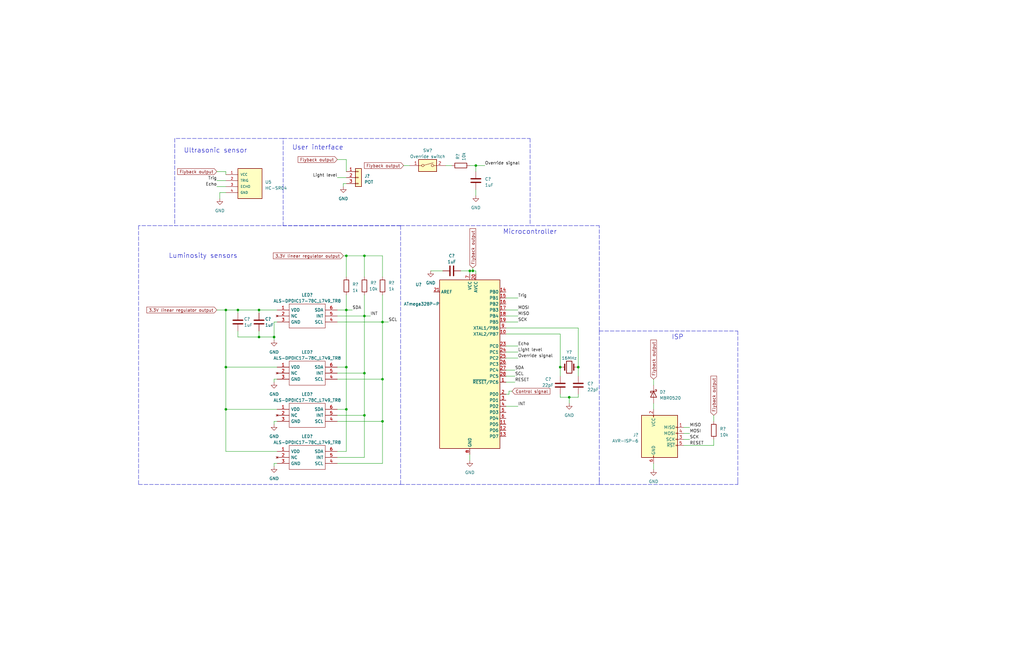
<source format=kicad_sch>
(kicad_sch (version 20230121) (generator eeschema)
  (paper "B")
  (lib_symbols
    (symbol "ALS-DPDIC17-78C_L749_TR8:ALS-DPDIC17-78C_L749_TR8" (pin_names (offset 0.762))
      (property "Reference" "LED" (at 21.59 7.62 0))
      (property "Value" "ALS-DPDIC17-78C_L749_TR8" (at 21.59 5.08 0))
      (symbol "ALS-DPDIC17-78C_L749_TR8_0_0"
        (pin passive line (at 0 0 0) (length 5.08) (name "VDD") (number "1"))
        (pin no_connect line (at 0 -2.54 0) (length 5.08) (name "NC") (number "2"))
        (pin passive line (at 0 -5.08 0) (length 5.08) (name "GND") (number "3"))
        (pin passive line (at 25.4 -5.08 180) (length 5.08) (name "SCL") (number "4"))
        (pin passive line (at 25.4 -2.54 180) (length 5.08) (name "INT") (number "5"))
        (pin passive line (at 25.4 0 180) (length 5.08) (name "SDA") (number "6"))
      )
      (symbol "ALS-DPDIC17-78C_L749_TR8_0_1"
        (polyline (pts (xy 5.08 2.54) (xy 20.32 2.54) (xy 20.32 -7.62) (xy 5.08 -7.62) (xy 5.08 2.54)) (stroke (width 0.1524)))
      )
    )
    (symbol "Connector:AVR-ISP-6" (pin_names (offset 1.016))
      (property "Reference" "J" (at -6.35 11.43 0))
      (property "Value" "AVR-ISP-6" (at 0 11.43 0))
      (symbol "AVR-ISP-6_0_1"
        (rectangle (start -2.667 -6.858) (end -2.413 -7.62))
        (rectangle (start -2.667 10.16) (end -2.413 9.398))
        (rectangle (start 7.62 -2.413) (end 6.858 -2.667))
        (rectangle (start 7.62 0.127) (end 6.858 -0.127))
        (rectangle (start 7.62 2.667) (end 6.858 2.413))
        (rectangle (start 7.62 5.207) (end 6.858 4.953))
        (rectangle (start 7.62 10.16) (end -7.62 -7.62) (stroke (width 0.254)) (fill (type background)))
      )
      (symbol "AVR-ISP-6_1_1"
        (pin passive line (at 10.16 5.08 180) (length 2.54) (name "MISO") (number "1"))
        (pin passive line (at -2.54 12.7 270) (length 2.54) (name "VCC") (number "2"))
        (pin passive line (at 10.16 0 180) (length 2.54) (name "SCK") (number "3"))
        (pin passive line (at 10.16 2.54 180) (length 2.54) (name "MOSI") (number "4"))
        (pin passive line (at 10.16 -2.54 180) (length 2.54) (name "~{RST}") (number "5"))
        (pin passive line (at -2.54 -10.16 90) (length 2.54) (name "GND") (number "6"))
      )
    )
    (symbol "Connector_Generic:Conn_01x03" (pin_names (offset 1.016) hide)
      (property "Reference" "J" (at 0 5.08 0))
      (property "Value" "Conn_01x03" (at 0 -5.08 0))
      (symbol "Conn_01x03_1_1"
        (rectangle (start -1.27 -2.413) (end 0 -2.667) (stroke (width 0.1524)))
        (rectangle (start -1.27 0.127) (end 0 -0.127) (stroke (width 0.1524)))
        (rectangle (start -1.27 2.667) (end 0 2.413) (stroke (width 0.1524)))
        (rectangle (start -1.27 3.81) (end 1.27 -3.81) (stroke (width 0.254)) (fill (type background)))
        (pin passive line (at -5.08 2.54 0) (length 3.81) (name "Pin_1") (number "1"))
        (pin passive line (at -5.08 0 0) (length 3.81) (name "Pin_2") (number "2"))
        (pin passive line (at -5.08 -2.54 0) (length 3.81) (name "Pin_3") (number "3"))
      )
    )
    (symbol "Device:C" (pin_numbers hide) (pin_names (offset 0.254))
      (property "Reference" "C" (at 0.635 2.54 0))
      (property "Value" "C" (at 0.635 -2.54 0))
      (symbol "C_0_1"
        (polyline (pts (xy -2.032 -0.762) (xy 2.032 -0.762)) (stroke (width 0.508)))
        (polyline (pts (xy -2.032 0.762) (xy 2.032 0.762)) (stroke (width 0.508)))
      )
      (symbol "C_1_1"
        (pin passive line (at 0 3.81 270) (length 2.794) (name "~") (number "1"))
        (pin passive line (at 0 -3.81 90) (length 2.794) (name "~") (number "2"))
      )
    )
    (symbol "Device:Crystal" (pin_numbers hide) (pin_names (offset 1.016) hide)
      (property "Reference" "Y" (at 0 3.81 0))
      (property "Value" "Crystal" (at 0 -3.81 0))
      (symbol "Crystal_0_1"
        (rectangle (start -1.143 2.54) (end 1.143 -2.54) (stroke (width 0.3048)))
        (polyline (pts (xy -2.54 0) (xy -1.905 0)))
        (polyline (pts (xy -1.905 -1.27) (xy -1.905 1.27)) (stroke (width 0.508)))
        (polyline (pts (xy 1.905 -1.27) (xy 1.905 1.27)) (stroke (width 0.508)))
        (polyline (pts (xy 2.54 0) (xy 1.905 0)))
      )
      (symbol "Crystal_1_1"
        (pin passive line (at -3.81 0 0) (length 1.27) (name "1") (number "1"))
        (pin passive line (at 3.81 0 180) (length 1.27) (name "2") (number "2"))
      )
    )
    (symbol "Device:R" (pin_numbers hide) (pin_names (offset 0))
      (property "Reference" "R" (at 2.032 0 90))
      (property "Value" "R" (at 0 0 90))
      (symbol "R_0_1"
        (rectangle (start -1.016 -2.54) (end 1.016 2.54) (stroke (width 0.254)))
      )
      (symbol "R_1_1"
        (pin passive line (at 0 3.81 270) (length 1.27) (name "~") (number "1"))
        (pin passive line (at 0 -3.81 90) (length 1.27) (name "~") (number "2"))
      )
    )
    (symbol "Diode:MBR0520" (pin_numbers hide) (pin_names (offset 1.016) hide)
      (property "Reference" "D" (at 0 2.54 0))
      (property "Value" "MBR0520" (at 0 -2.54 0))
      (symbol "MBR0520_0_1"
        (polyline (pts (xy 1.27 0) (xy -1.27 0)))
        (polyline (pts (xy 1.27 1.27) (xy 1.27 -1.27) (xy -1.27 0) (xy 1.27 1.27)) (stroke (width 0.254)))
        (polyline (pts (xy -1.905 0.635) (xy -1.905 1.27) (xy -1.27 1.27) (xy -1.27 -1.27) (xy -0.635 -1.27) (xy -0.635 -0.635)) (stroke (width 0.254)))
      )
      (symbol "MBR0520_1_1"
        (pin passive line (at -3.81 0 0) (length 2.54) (name "K") (number "1"))
        (pin passive line (at 3.81 0 180) (length 2.54) (name "A") (number "2"))
      )
    )
    (symbol "HC-SR04:HC-SR04" (pin_names (offset 1.016))
      (property "Reference" "U" (at 0 5.0813 0))
      (property "Value" "HC-SR04" (at 0 -10.163 0))
      (symbol "HC-SR04_0_0"
        (rectangle (start 0 -7.62) (end 10.16 5.08) (stroke (width 0.254)) (fill (type background)))
        (pin power_in line (at -5.08 2.54 0) (length 5.08) (name "VCC") (number "1"))
        (pin bidirectional line (at -5.08 0 0) (length 5.08) (name "TRIG") (number "2"))
        (pin bidirectional line (at -5.08 -2.54 0) (length 5.08) (name "ECHO") (number "3"))
        (pin power_in line (at -5.08 -5.08 0) (length 5.08) (name "GND") (number "4"))
      )
    )
    (symbol "MCU_Microchip_ATmega:ATmega328P-P"
      (property "Reference" "U" (at -12.7 36.83 0))
      (property "Value" "ATmega328P-P" (at 2.54 -36.83 0))
      (symbol "ATmega328P-P_0_1"
        (rectangle (start -12.7 -35.56) (end 12.7 35.56) (stroke (width 0.254)) (fill (type background)))
      )
      (symbol "ATmega328P-P_1_1"
        (pin bidirectional line (at 15.24 -7.62 180) (length 2.54) (name "~{RESET}/PC6") (number "1"))
        (pin bidirectional line (at 15.24 12.7 180) (length 2.54) (name "XTAL2/PB7") (number "10"))
        (pin bidirectional line (at 15.24 -25.4 180) (length 2.54) (name "PD5") (number "11"))
        (pin bidirectional line (at 15.24 -27.94 180) (length 2.54) (name "PD6") (number "12"))
        (pin bidirectional line (at 15.24 -30.48 180) (length 2.54) (name "PD7") (number "13"))
        (pin bidirectional line (at 15.24 30.48 180) (length 2.54) (name "PB0") (number "14"))
        (pin bidirectional line (at 15.24 27.94 180) (length 2.54) (name "PB1") (number "15"))
        (pin bidirectional line (at 15.24 25.4 180) (length 2.54) (name "PB2") (number "16"))
        (pin bidirectional line (at 15.24 22.86 180) (length 2.54) (name "PB3") (number "17"))
        (pin bidirectional line (at 15.24 20.32 180) (length 2.54) (name "PB4") (number "18"))
        (pin bidirectional line (at 15.24 17.78 180) (length 2.54) (name "PB5") (number "19"))
        (pin bidirectional line (at 15.24 -12.7 180) (length 2.54) (name "PD0") (number "2"))
        (pin power_in line (at 2.54 38.1 270) (length 2.54) (name "AVCC") (number "20"))
        (pin passive line (at -15.24 30.48 0) (length 2.54) (name "AREF") (number "21"))
        (pin passive line (at 0 -38.1 90) (length 2.54) hide (name "GND") (number "22"))
        (pin bidirectional line (at 15.24 7.62 180) (length 2.54) (name "PC0") (number "23"))
        (pin bidirectional line (at 15.24 5.08 180) (length 2.54) (name "PC1") (number "24"))
        (pin bidirectional line (at 15.24 2.54 180) (length 2.54) (name "PC2") (number "25"))
        (pin bidirectional line (at 15.24 0 180) (length 2.54) (name "PC3") (number "26"))
        (pin bidirectional line (at 15.24 -2.54 180) (length 2.54) (name "PC4") (number "27"))
        (pin bidirectional line (at 15.24 -5.08 180) (length 2.54) (name "PC5") (number "28"))
        (pin bidirectional line (at 15.24 -15.24 180) (length 2.54) (name "PD1") (number "3"))
        (pin bidirectional line (at 15.24 -17.78 180) (length 2.54) (name "PD2") (number "4"))
        (pin bidirectional line (at 15.24 -20.32 180) (length 2.54) (name "PD3") (number "5"))
        (pin bidirectional line (at 15.24 -22.86 180) (length 2.54) (name "PD4") (number "6"))
        (pin power_in line (at 0 38.1 270) (length 2.54) (name "VCC") (number "7"))
        (pin power_in line (at 0 -38.1 90) (length 2.54) (name "GND") (number "8"))
        (pin bidirectional line (at 15.24 15.24 180) (length 2.54) (name "XTAL1/PB6") (number "9"))
      )
    )
    (symbol "Switch:SW_DIP_x01" (pin_names (offset 0) hide)
      (property "Reference" "SW" (at 0 3.81 0))
      (property "Value" "SW_DIP_x01" (at 0 -3.81 0))
      (symbol "SW_DIP_x01_0_0"
        (circle (center -2.032 0) (radius 0.508))
        (polyline (pts (xy -1.524 0.127) (xy 2.3622 1.1684)))
        (circle (center 2.032 0) (radius 0.508))
      )
      (symbol "SW_DIP_x01_0_1"
        (rectangle (start -3.81 2.54) (end 3.81 -2.54) (stroke (width 0.254)) (fill (type background)))
      )
      (symbol "SW_DIP_x01_1_1"
        (pin passive line (at -7.62 0 0) (length 5.08) (name "~") (number "1"))
        (pin passive line (at 7.62 0 180) (length 5.08) (name "~") (number "2"))
      )
    )
    (symbol "power:GND" (power) (pin_names (offset 0))
      (property "Value" "GND" (at 0 -3.81 0))
      (symbol "GND_0_1"
        (polyline (pts (xy 0 0) (xy 0 -1.27) (xy 1.27 -1.27) (xy 0 -2.54) (xy -1.27 -1.27) (xy 0 -1.27)))
      )
      (symbol "GND_1_1"
        (pin power_in line (at 0 0 270) (length 0) hide (name "GND") (number "1"))
      )
    )
  )
  (junction (at 236.22 154.94))
  (junction (at 153.67 107.95))
  (junction (at 161.29 160.02))
  (junction (at 198.12 114.3))
  (junction (at 200.66 69.85))
  (junction (at 146.05 107.95))
  (junction (at 146.05 154.94))
  (junction (at 95.25 154.94))
  (junction (at 146.05 172.72))
  (junction (at 161.29 135.89))
  (junction (at 100.33 130.81))
  (junction (at 109.22 130.81))
  (junction (at 146.05 130.81))
  (junction (at 199.39 114.3))
  (junction (at 115.57 142.24))
  (junction (at 153.67 175.26))
  (junction (at 95.25 172.72))
  (junction (at 161.29 177.8))
  (junction (at 153.67 157.48))
  (junction (at 240.03 167.64))
  (junction (at 109.22 142.24))
  (junction (at 95.25 130.81))
  (junction (at 153.67 133.35))
  (junction (at 243.84 154.94))
  (wire (pts (xy 153.67 175.26) (xy 153.67 193.04)))
  (wire (pts (xy 146.05 130.81) (xy 142.24 130.81)))
  (wire (pts (xy 142.24 175.26) (xy 153.67 175.26)))
  (polyline (pts (xy 311.15 204.47) (xy 311.15 203.2)) (stroke (width 0) (type dash)))
  (wire (pts (xy 115.57 179.07) (xy 115.57 177.8)))
  (wire (pts (xy 115.57 177.8) (xy 116.84 177.8)))
  (wire (pts (xy 213.36 140.97) (xy 236.22 140.97)))
  (wire (pts (xy 213.36 158.75) (xy 217.17 158.75)))
  (wire (pts (xy 146.05 107.95) (xy 153.67 107.95)))
  (wire (pts (xy 187.96 69.85) (xy 190.5 69.85)))
  (wire (pts (xy 146.05 130.81) (xy 148.59 130.81)))
  (wire (pts (xy 213.36 156.21) (xy 217.17 156.21)))
  (wire (pts (xy 95.25 172.72) (xy 95.25 190.5)))
  (wire (pts (xy 236.22 167.64) (xy 236.22 166.37)))
  (wire (pts (xy 213.36 125.73) (xy 218.44 125.73)))
  (wire (pts (xy 115.57 160.02) (xy 115.57 161.29)))
  (wire (pts (xy 142.24 193.04) (xy 153.67 193.04)))
  (wire (pts (xy 243.84 167.64) (xy 243.84 166.37)))
  (polyline (pts (xy 252.73 139.7) (xy 311.15 139.7)) (stroke (width 0) (type dash)))
  (wire (pts (xy 142.24 195.58) (xy 161.29 195.58)))
  (wire (pts (xy 240.03 167.64) (xy 243.84 167.64)))
  (polyline (pts (xy 168.91 95.25) (xy 252.73 95.25)) (stroke (width 0) (type dash)))
  (polyline (pts (xy 58.42 95.25) (xy 58.42 204.47)) (stroke (width 0) (type dash)))
  (wire (pts (xy 198.12 191.77) (xy 198.12 194.31)))
  (polyline (pts (xy 58.42 204.47) (xy 168.91 204.47)) (stroke (width 0) (type dash)))
  (wire (pts (xy 213.36 138.43) (xy 243.84 138.43)))
  (wire (pts (xy 142.24 190.5) (xy 146.05 190.5)))
  (wire (pts (xy 213.36 151.13) (xy 218.44 151.13)))
  (wire (pts (xy 142.24 67.31) (xy 146.05 67.31)))
  (wire (pts (xy 300.99 175.26) (xy 300.99 177.8)))
  (wire (pts (xy 243.84 154.94) (xy 243.84 158.75)))
  (wire (pts (xy 153.67 157.48) (xy 153.67 175.26)))
  (wire (pts (xy 213.36 148.59) (xy 218.44 148.59)))
  (wire (pts (xy 95.25 154.94) (xy 95.25 172.72)))
  (wire (pts (xy 161.29 135.89) (xy 163.83 135.89)))
  (polyline (pts (xy 119.38 58.42) (xy 223.52 58.42)) (stroke (width 0) (type dash)))
  (wire (pts (xy 91.44 78.74) (xy 95.25 78.74)))
  (wire (pts (xy 109.22 130.81) (xy 116.84 130.81)))
  (wire (pts (xy 153.67 133.35) (xy 156.21 133.35)))
  (wire (pts (xy 200.66 114.3) (xy 200.66 115.57)))
  (wire (pts (xy 142.24 74.93) (xy 146.05 74.93)))
  (wire (pts (xy 300.99 187.96) (xy 300.99 185.42)))
  (wire (pts (xy 243.84 138.43) (xy 243.84 154.94)))
  (polyline (pts (xy 168.91 95.25) (xy 119.38 95.25)) (stroke (width 0) (type dash)))
  (wire (pts (xy 142.24 172.72) (xy 146.05 172.72)))
  (wire (pts (xy 115.57 135.89) (xy 116.84 135.89)))
  (polyline (pts (xy 119.38 95.25) (xy 119.38 58.42)) (stroke (width 0) (type dash)))
  (wire (pts (xy 95.25 81.28) (xy 92.71 81.28)))
  (wire (pts (xy 115.57 196.85) (xy 115.57 195.58)))
  (wire (pts (xy 288.29 187.96) (xy 300.99 187.96)))
  (wire (pts (xy 146.05 154.94) (xy 146.05 130.81)))
  (wire (pts (xy 109.22 142.24) (xy 115.57 142.24)))
  (polyline (pts (xy 252.73 139.7) (xy 252.73 203.2)) (stroke (width 0) (type dash)))
  (wire (pts (xy 213.36 135.89) (xy 218.44 135.89)))
  (wire (pts (xy 153.67 107.95) (xy 161.29 107.95)))
  (wire (pts (xy 115.57 135.89) (xy 115.57 142.24)))
  (wire (pts (xy 100.33 139.7) (xy 100.33 142.24)))
  (wire (pts (xy 142.24 177.8) (xy 161.29 177.8)))
  (wire (pts (xy 100.33 142.24) (xy 109.22 142.24)))
  (wire (pts (xy 91.44 72.39) (xy 95.25 72.39)))
  (wire (pts (xy 236.22 154.94) (xy 236.22 158.75)))
  (wire (pts (xy 198.12 114.3) (xy 198.12 115.57)))
  (wire (pts (xy 109.22 130.81) (xy 109.22 132.08)))
  (wire (pts (xy 214.63 165.1) (xy 215.9 165.1)))
  (wire (pts (xy 146.05 190.5) (xy 146.05 172.72)))
  (wire (pts (xy 199.39 114.3) (xy 198.12 114.3)))
  (wire (pts (xy 146.05 67.31) (xy 146.05 72.39)))
  (polyline (pts (xy 168.91 204.47) (xy 252.73 204.47)) (stroke (width 0) (type dash)))
  (wire (pts (xy 100.33 130.81) (xy 100.33 132.08)))
  (wire (pts (xy 161.29 107.95) (xy 161.29 116.84)))
  (wire (pts (xy 161.29 177.8) (xy 161.29 160.02)))
  (wire (pts (xy 116.84 172.72) (xy 95.25 172.72)))
  (wire (pts (xy 116.84 154.94) (xy 95.25 154.94)))
  (wire (pts (xy 200.66 69.85) (xy 204.47 69.85)))
  (wire (pts (xy 144.78 107.95) (xy 146.05 107.95)))
  (wire (pts (xy 144.78 77.47) (xy 146.05 77.47)))
  (wire (pts (xy 146.05 124.46) (xy 146.05 130.81)))
  (polyline (pts (xy 119.38 58.42) (xy 73.66 58.42)) (stroke (width 0) (type dash)))
  (polyline (pts (xy 311.15 139.7) (xy 311.15 203.2)) (stroke (width 0) (type dash)))
  (wire (pts (xy 194.31 114.3) (xy 198.12 114.3)))
  (wire (pts (xy 95.25 72.39) (xy 95.25 73.66)))
  (wire (pts (xy 142.24 160.02) (xy 161.29 160.02)))
  (wire (pts (xy 109.22 139.7) (xy 109.22 142.24)))
  (wire (pts (xy 153.67 133.35) (xy 142.24 133.35)))
  (wire (pts (xy 116.84 190.5) (xy 95.25 190.5)))
  (wire (pts (xy 100.33 130.81) (xy 109.22 130.81)))
  (wire (pts (xy 153.67 157.48) (xy 153.67 133.35)))
  (wire (pts (xy 153.67 107.95) (xy 153.67 116.84)))
  (wire (pts (xy 146.05 107.95) (xy 146.05 116.84)))
  (wire (pts (xy 275.59 195.58) (xy 275.59 198.12)))
  (wire (pts (xy 92.71 81.28) (xy 92.71 83.82)))
  (wire (pts (xy 200.66 80.01) (xy 200.66 82.55)))
  (wire (pts (xy 288.29 180.34) (xy 290.83 180.34)))
  (wire (pts (xy 236.22 154.94) (xy 236.22 140.97)))
  (polyline (pts (xy 252.73 204.47) (xy 311.15 204.47)) (stroke (width 0) (type dash)))
  (wire (pts (xy 170.18 69.85) (xy 172.72 69.85)))
  (polyline (pts (xy 252.73 204.47) (xy 252.73 201.93)) (stroke (width 0) (type dash)))
  (wire (pts (xy 275.59 170.18) (xy 275.59 172.72)))
  (wire (pts (xy 115.57 160.02) (xy 116.84 160.02)))
  (wire (pts (xy 213.36 146.05) (xy 218.44 146.05)))
  (wire (pts (xy 213.36 130.81) (xy 218.44 130.81)))
  (polyline (pts (xy 223.52 58.42) (xy 223.52 95.25)) (stroke (width 0) (type dash)))
  (polyline (pts (xy 73.66 58.42) (xy 73.66 95.25)) (stroke (width 0) (type dash)))
  (wire (pts (xy 214.63 165.1) (xy 214.63 166.37)))
  (wire (pts (xy 199.39 114.3) (xy 200.66 114.3)))
  (wire (pts (xy 275.59 160.02) (xy 275.59 162.56)))
  (polyline (pts (xy 252.73 139.7) (xy 252.73 95.25)) (stroke (width 0) (type dash)))
  (wire (pts (xy 91.44 130.81) (xy 95.25 130.81)))
  (wire (pts (xy 199.39 113.03) (xy 199.39 114.3)))
  (polyline (pts (xy 168.91 95.25) (xy 168.91 204.47)) (stroke (width 0) (type dash)))
  (wire (pts (xy 214.63 166.37) (xy 213.36 166.37)))
  (wire (pts (xy 240.03 167.64) (xy 240.03 170.18)))
  (wire (pts (xy 161.29 160.02) (xy 161.29 135.89)))
  (wire (pts (xy 146.05 172.72) (xy 146.05 154.94)))
  (wire (pts (xy 213.36 161.29) (xy 217.17 161.29)))
  (wire (pts (xy 288.29 182.88) (xy 290.83 182.88)))
  (wire (pts (xy 115.57 195.58) (xy 116.84 195.58)))
  (wire (pts (xy 142.24 154.94) (xy 146.05 154.94)))
  (wire (pts (xy 200.66 69.85) (xy 200.66 72.39)))
  (wire (pts (xy 161.29 135.89) (xy 161.29 124.46)))
  (wire (pts (xy 161.29 195.58) (xy 161.29 177.8)))
  (wire (pts (xy 236.22 167.64) (xy 240.03 167.64)))
  (polyline (pts (xy 168.91 95.25) (xy 58.42 95.25)) (stroke (width 0) (type dash)))
  (wire (pts (xy 142.24 157.48) (xy 153.67 157.48)))
  (wire (pts (xy 288.29 185.42) (xy 290.83 185.42)))
  (wire (pts (xy 144.78 78.74) (xy 144.78 77.47)))
  (wire (pts (xy 153.67 124.46) (xy 153.67 133.35)))
  (wire (pts (xy 198.12 69.85) (xy 200.66 69.85)))
  (wire (pts (xy 91.44 76.2) (xy 95.25 76.2)))
  (wire (pts (xy 95.25 130.81) (xy 100.33 130.81)))
  (wire (pts (xy 213.36 171.45) (xy 218.44 171.45)))
  (wire (pts (xy 181.61 114.3) (xy 186.69 114.3)))
  (wire (pts (xy 95.25 154.94) (xy 95.25 130.81)))
  (wire (pts (xy 213.36 133.35) (xy 218.44 133.35)))
  (wire (pts (xy 142.24 135.89) (xy 161.29 135.89)))
  (wire (pts (xy 115.57 142.24) (xy 115.57 143.51)))
  (text "ISP" (at 283.21 143.51 0) (effects (font (size 2 2)) (justify left bottom)))
  (text "Ultrasonic sensor" (at 77.47 64.77 0) (effects (font (size 2 2)) (justify left bottom)))
  (text "User interface" (at 123.19 63.5 0) (effects (font (size 2 2)) (justify left bottom)))
  (text "Luminosity sensors" (at 71.12 109.22 0) (effects (font (size 2 2)) (justify left bottom)))
  (text "Microcontroller\n" (at 212.09 99.06 0) (effects (font (size 2 2)) (justify left bottom)))
  (label "Override signal" (at 204.47 69.85 0))
  (label "INT" (at 156.21 133.35 0))
  (label "RESET" (at 290.83 187.96 0))
  (label "MOSI" (at 218.44 130.81 0))
  (label "Override signal" (at 218.44 151.13 0))
  (label "Light level" (at 218.44 148.59 0))
  (label "INT" (at 218.44 171.45 0))
  (label "SCL" (at 163.83 135.89 0))
  (label "RESET" (at 217.17 161.29 0))
  (label "SCK" (at 218.44 135.89 0))
  (label "SCK" (at 290.83 185.42 0))
  (label "Echo" (at 91.44 78.74 180))
  (label "Trig" (at 91.44 76.2 180))
  (label "Echo" (at 218.44 146.05 0))
  (label "Light level" (at 142.24 74.93 180))
  (label "SCL" (at 217.17 158.75 0))
  (label "SDA" (at 148.59 130.81 0))
  (label "MISO" (at 218.44 133.35 0))
  (label "MISO" (at 290.83 180.34 0))
  (label "MOSI" (at 290.83 182.88 0))
  (label "SDA" (at 217.17 156.21 0))
  (label "Trig" (at 218.44 125.73 0))
  (global_label "Flyback output" (shape input) (at 142.24 67.31 180) (property "Intersheetrefs" "${INTERSHEET_REFS}" (effects hide)))
  (global_label "3.3V linear regulator output" (shape input) (at 144.78 107.95 180) (property "Intersheetrefs" "${INTERSHEET_REFS}" (effects hide)))
  (global_label "Flyback output" (shape input) (at 300.99 175.26 90) (property "Intersheetrefs" "${INTERSHEET_REFS}" (effects hide)))
  (global_label "Flyback output" (shape input) (at 199.39 113.03 90) (property "Intersheetrefs" "${INTERSHEET_REFS}" (effects hide)))
  (global_label "3.3V linear regulator output" (shape input) (at 91.44 130.81 180) (property "Intersheetrefs" "${INTERSHEET_REFS}" (effects hide)))
  (global_label "Control signal" (shape input) (at 215.9 165.1 0) (property "Intersheetrefs" "${INTERSHEET_REFS}" (effects hide)))
  (global_label "Flyback output" (shape input) (at 275.59 160.02 90) (property "Intersheetrefs" "${INTERSHEET_REFS}" (effects hide)))
  (global_label "Flyback output" (shape input) (at 170.18 69.85 180) (property "Intersheetrefs" "${INTERSHEET_REFS}" (effects hide)))
  (global_label "Flyback output" (shape input) (at 91.44 72.39 180) (property "Intersheetrefs" "${INTERSHEET_REFS}" (effects hide)))
  (symbol (lib_id "Diode:MBR0520") (at 275.59 166.37 270) (unit 1)
    (property "Reference" "D?" (at 278.13 165.4175 90) (effects (justify left)))
    (property "Value" "MBR0520" (at 278.13 167.9575 90) (effects (justify left)))
    (property "Footprint" "Diode_SMD:D_SOD-123" (effects hide))
    (property "Datasheet" "http://www.mccsemi.com/up_pdf/MBR0520~MBR0580(SOD123).pdf" (effects hide))
  )
  (symbol (lib_id "power:GND") (at 198.12 194.31 0) (unit 1)
    (property "Reference" "#PWR?" (effects hide))
    (property "Value" "GND" (at 198.12 199.39 0))
  )
  (symbol (lib_id "power:GND") (at 115.57 179.07 0) (unit 1)
    (property "Reference" "#PWR?" (effects hide))
    (property "Value" "GND" (at 115.57 184.15 0))
  )
  (symbol (lib_id "Device:C") (at 109.22 135.89 0) (unit 1)
    (property "Reference" "C?" (at 111.76 134.62 0) (effects (justify left)))
    (property "Value" "1uF" (at 111.76 137.16 0) (effects (justify left)))
    (property "Footprint" "Capacitor_SMD:C_0402_1005Metric" (effects hide))
  )
  (symbol (lib_id "power:GND") (at 240.03 170.18 0) (unit 1)
    (property "Reference" "#PWR?" (effects hide))
    (property "Value" "GND" (at 240.03 175.26 0))
  )
  (symbol (lib_id "power:GND") (at 92.71 83.82 0) (unit 1)
    (property "Reference" "#PWR?" (effects hide))
    (property "Value" "GND" (at 92.71 88.9 0))
  )
  (symbol (lib_id "Device:R") (at 153.67 120.65 180) (unit 1)
    (property "Reference" "R?" (at 157.48 119.38 0))
    (property "Value" "10k" (at 157.48 121.92 0))
    (property "Footprint" "Resistor_SMD:R_0603_1608Metric" (effects hide))
  )
  (symbol (lib_id "MCU_Microchip_ATmega:ATmega328P-P") (at 198.12 153.67 0) (unit 1)
    (property "Reference" "U?" (at 176.53 120.0659 0))
    (property "Value" "ATmega328P-P" (at 177.8 128.27 0))
    (property "Footprint" "Package_DIP:DIP-28_W7.62mm" (effects hide))
    (property "Datasheet" "http://ww1.microchip.com/downloads/en/DeviceDoc/ATmega328_P%20AVR%20MCU%20with%20picoPower%20Technology%20Data%20Sheet%2040001984A.pdf" (effects hide))
  )
  (symbol (lib_id "Connector:AVR-ISP-6") (at 278.13 185.42 0) (unit 1)
    (property "Reference" "J?" (at 269.24 183.515 0) (effects (justify right)))
    (property "Value" "AVR-ISP-6" (at 269.24 186.055 0) (effects (justify right)))
    (property "Footprint" "Connector_IDC:IDC-Header_2x03_P2.54mm_Vertical" (effects hide))
    (property "Datasheet" " ~" (effects hide))
  )
  (symbol (lib_id "Connector_Generic:Conn_01x03") (at 151.13 74.93 0) (unit 1)
    (property "Reference" "J?" (at 153.67 74.295 0) (effects (justify left)))
    (property "Value" "POT" (at 153.67 76.835 0) (effects (justify left)))
    (property "Footprint" "Connector_Molex:Molex_KK-254_AE-6410-03A_1x03_P2.54mm_Vertical" (effects hide))
  )
  (symbol (lib_id "ALS-DPDIC17-78C_L749_TR8:ALS-DPDIC17-78C_L749_TR8") (at 116.84 172.72 0) (unit 1)
    (property "Reference" "LED?" (at 129.54 166.37 0))
    (property "Value" "ALS-DPDIC17-78C_L749_TR8" (at 129.54 168.91 0))
    (property "Footprint" "footprints:ALSDPDIC1778CL749TR8" (effects hide))
    (property "Datasheet" "https://uploadcdn.oneyac.com/attachments/files/brand_pdf/everlight/CC/C4/ALS-DPDIC17-78CL749TR8.pdf" (effects hide))
    (property "Description" "Ambient Light Sensor with I2C Interface" (effects hide))
    (property "Height" "0.83" (effects hide))
    (property "Manufacturer_Name" "Everlight" (effects hide))
    (property "Manufacturer_Part_Number" "ALS-DPDIC17-78C/L749/TR8" (effects hide))
  )
  (symbol (lib_id "Device:C") (at 243.84 162.56 0) (unit 1)
    (property "Reference" "C?" (at 247.65 161.925 0) (effects (justify left)))
    (property "Value" "22pF" (at 247.65 164.465 0) (effects (justify left)))
    (property "Footprint" "Capacitor_SMD:C_0805_2012Metric" (effects hide))
  )
  (symbol (lib_id "power:GND") (at 200.66 82.55 0) (unit 1)
    (property "Reference" "#PWR?" (effects hide))
    (property "Value" "GND" (at 200.66 87.63 0))
  )
  (symbol (lib_id "Device:Crystal") (at 240.03 154.94 0) (unit 1)
    (property "Reference" "Y?" (at 240.03 148.59 0))
    (property "Value" "16MHz" (at 240.03 151.13 0))
    (property "Footprint" "Crystal:Crystal_HC49-U_Vertical" (effects hide))
  )
  (symbol (lib_id "Device:C") (at 200.66 76.2 0) (unit 1)
    (property "Reference" "C?" (at 204.47 75.565 0) (effects (justify left)))
    (property "Value" "1uF" (at 204.47 78.105 0) (effects (justify left)))
    (property "Footprint" "Capacitor_SMD:C_0402_1005Metric" (effects hide))
  )
  (symbol (lib_id "power:GND") (at 115.57 161.29 0) (unit 1)
    (property "Reference" "#PWR?" (effects hide))
    (property "Value" "GND" (at 115.57 166.37 0))
  )
  (symbol (lib_id "Device:C") (at 100.33 135.89 0) (unit 1)
    (property "Reference" "C?" (at 102.87 134.62 0) (effects (justify left)))
    (property "Value" "1uF" (at 102.87 137.16 0) (effects (justify left)))
    (property "Footprint" "Capacitor_SMD:C_0402_1005Metric" (effects hide))
  )
  (symbol (lib_id "power:GND") (at 115.57 196.85 0) (unit 1)
    (property "Reference" "#PWR?" (effects hide))
    (property "Value" "GND" (at 115.57 201.93 0))
  )
  (symbol (lib_id "ALS-DPDIC17-78C_L749_TR8:ALS-DPDIC17-78C_L749_TR8") (at 116.84 154.94 0) (unit 1)
    (property "Reference" "LED?" (at 129.54 148.59 0))
    (property "Value" "ALS-DPDIC17-78C_L749_TR8" (at 129.54 151.13 0))
    (property "Footprint" "footprints:ALSDPDIC1778CL749TR8" (effects hide))
    (property "Datasheet" "https://uploadcdn.oneyac.com/attachments/files/brand_pdf/everlight/CC/C4/ALS-DPDIC17-78CL749TR8.pdf" (effects hide))
    (property "Description" "Ambient Light Sensor with I2C Interface" (effects hide))
    (property "Height" "0.83" (effects hide))
    (property "Manufacturer_Name" "Everlight" (effects hide))
    (property "Manufacturer_Part_Number" "ALS-DPDIC17-78C/L749/TR8" (effects hide))
  )
  (symbol (lib_id "Device:C") (at 190.5 114.3 90) (unit 1)
    (property "Reference" "C?" (at 190.5 107.95 90))
    (property "Value" "1uF" (at 190.5 110.49 90))
    (property "Footprint" "Capacitor_SMD:C_0402_1005Metric" (effects hide))
  )
  (symbol (lib_id "Switch:SW_DIP_x01") (at 180.34 69.85 0) (unit 1)
    (property "Reference" "SW?" (at 180.34 63.5 0))
    (property "Value" "Override switch" (at 180.34 66.04 0))
    (property "Footprint" "Button_Switch_SMD:SW_SPST_CK_KXT3" (effects hide))
  )
  (symbol (lib_id "ALS-DPDIC17-78C_L749_TR8:ALS-DPDIC17-78C_L749_TR8") (at 116.84 130.81 0) (unit 1)
    (property "Reference" "LED?" (at 129.54 124.46 0))
    (property "Value" "ALS-DPDIC17-78C_L749_TR8" (at 129.54 127 0))
    (property "Footprint" "footprints:ALSDPDIC1778CL749TR8" (effects hide))
    (property "Datasheet" "https://uploadcdn.oneyac.com/attachments/files/brand_pdf/everlight/CC/C4/ALS-DPDIC17-78CL749TR8.pdf" (effects hide))
    (property "Description" "Ambient Light Sensor with I2C Interface" (effects hide))
    (property "Height" "0.83" (effects hide))
    (property "Manufacturer_Name" "Everlight" (effects hide))
    (property "Manufacturer_Part_Number" "ALS-DPDIC17-78C/L749/TR8" (effects hide))
  )
  (symbol (lib_id "Device:R") (at 161.29 120.65 180) (unit 1)
    (property "Reference" "R?" (at 165.1 119.38 0))
    (property "Value" "1k" (at 165.1 121.92 0))
    (property "Footprint" "Resistor_SMD:R_0603_1608Metric" (effects hide))
  )
  (symbol (lib_id "HC-SR04:HC-SR04") (at 100.33 76.2 0) (unit 1)
    (property "Reference" "U5" (at 111.76 76.835 0) (effects (justify left)))
    (property "Value" "HC-SR04" (at 111.76 79.375 0) (effects (justify left)))
    (property "Footprint" "footprints:XCVR_HC-SR04" (effects hide))
    (property "MANUFACTURER" "Osepp" (effects hide))
  )
  (symbol (lib_id "Device:R") (at 194.31 69.85 270) (unit 1)
    (property "Reference" "R?" (at 193.04 66.04 0))
    (property "Value" "10k" (at 195.58 66.04 0))
    (property "Footprint" "Resistor_SMD:R_0603_1608Metric" (effects hide))
  )
  (symbol (lib_id "Device:R") (at 146.05 120.65 180) (unit 1)
    (property "Reference" "R?" (at 148.59 120.015 0) (effects (justify right)))
    (property "Value" "1k" (at 148.59 122.555 0) (effects (justify right)))
    (property "Footprint" "Resistor_SMD:R_0603_1608Metric" (effects hide))
  )
  (symbol (lib_id "power:GND") (at 275.59 198.12 0) (unit 1)
    (property "Reference" "#PWR?" (effects hide))
    (property "Value" "GND" (at 275.59 203.2 0))
  )
  (symbol (lib_id "power:GND") (at 115.57 143.51 0) (unit 1)
    (property "Reference" "#PWR?" (effects hide))
    (property "Value" "GND" (at 115.57 148.59 0))
  )
  (symbol (lib_id "power:GND") (at 144.78 78.74 0) (unit 1)
    (property "Reference" "#PWR?" (effects hide))
    (property "Value" "GND" (at 144.78 83.82 0))
  )
  (symbol (lib_id "ALS-DPDIC17-78C_L749_TR8:ALS-DPDIC17-78C_L749_TR8") (at 116.84 190.5 0) (unit 1)
    (property "Reference" "LED?" (at 129.54 184.15 0))
    (property "Value" "ALS-DPDIC17-78C_L749_TR8" (at 129.54 186.69 0))
    (property "Footprint" "footprints:ALSDPDIC1778CL749TR8" (effects hide))
    (property "Datasheet" "https://uploadcdn.oneyac.com/attachments/files/brand_pdf/everlight/CC/C4/ALS-DPDIC17-78CL749TR8.pdf" (effects hide))
    (property "Description" "Ambient Light Sensor with I2C Interface" (effects hide))
    (property "Height" "0.83" (effects hide))
    (property "Manufacturer_Name" "Everlight" (effects hide))
    (property "Manufacturer_Part_Number" "ALS-DPDIC17-78C/L749/TR8" (effects hide))
  )
  (symbol (lib_id "power:GND") (at 181.61 114.3 0) (unit 1)
    (property "Reference" "#PWR?" (effects hide))
    (property "Value" "GND" (at 181.61 119.38 0))
  )
  (symbol (lib_id "Device:C") (at 236.22 162.56 0) (unit 1)
    (property "Reference" "C?" (at 229.87 160.02 0) (effects (justify left)))
    (property "Value" "22pF" (at 228.6 162.56 0) (effects (justify left)))
    (property "Footprint" "Capacitor_SMD:C_0805_2012Metric" (effects hide))
  )
  (symbol (lib_id "Device:R") (at 300.99 181.61 0) (unit 1)
    (property "Reference" "R?" (at 303.53 180.975 0) (effects (justify left)))
    (property "Value" "10k" (at 303.53 183.515 0) (effects (justify left)))
    (property "Footprint" "Resistor_SMD:R_0603_1608Metric" (effects hide))
  )
)
</source>
